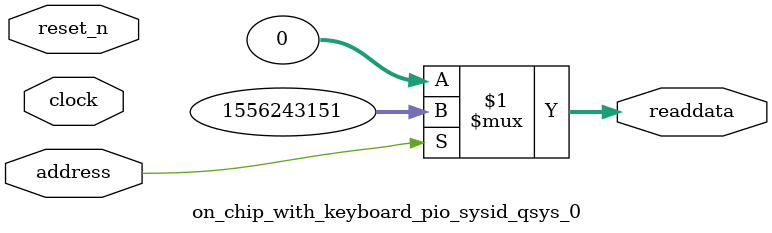
<source format=v>



// synthesis translate_off
`timescale 1ns / 1ps
// synthesis translate_on

// turn off superfluous verilog processor warnings 
// altera message_level Level1 
// altera message_off 10034 10035 10036 10037 10230 10240 10030 

module on_chip_with_keyboard_pio_sysid_qsys_0 (
               // inputs:
                address,
                clock,
                reset_n,

               // outputs:
                readdata
             )
;

  output  [ 31: 0] readdata;
  input            address;
  input            clock;
  input            reset_n;

  wire    [ 31: 0] readdata;
  //control_slave, which is an e_avalon_slave
  assign readdata = address ? 1556243151 : 0;

endmodule



</source>
